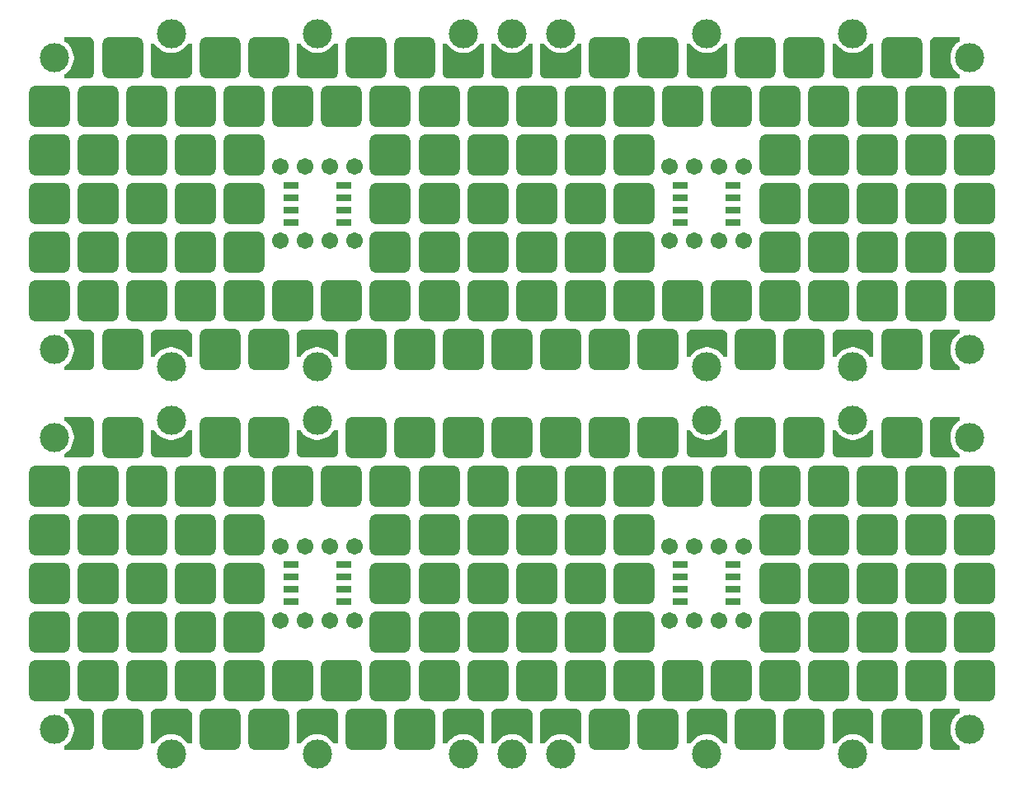
<source format=gts>
G04*
G04 #@! TF.GenerationSoftware,Altium Limited,Altium Designer,24.6.1 (21)*
G04*
G04 Layer_Color=8388736*
%FSLAX44Y44*%
%MOMM*%
G71*
G04*
G04 #@! TF.SameCoordinates,801A7B55-1520-438C-8D58-620F3B385FE8*
G04*
G04*
G04 #@! TF.FilePolarity,Negative*
G04*
G01*
G75*
G04:AMPARAMS|DCode=14|XSize=0.7mm|YSize=1.6mm|CornerRadius=0.125mm|HoleSize=0mm|Usage=FLASHONLY|Rotation=90.000|XOffset=0mm|YOffset=0mm|HoleType=Round|Shape=RoundedRectangle|*
%AMROUNDEDRECTD14*
21,1,0.7000,1.3500,0,0,90.0*
21,1,0.4500,1.6000,0,0,90.0*
1,1,0.2500,0.6750,0.2250*
1,1,0.2500,0.6750,-0.2250*
1,1,0.2500,-0.6750,-0.2250*
1,1,0.2500,-0.6750,0.2250*
%
%ADD14ROUNDEDRECTD14*%
G04:AMPARAMS|DCode=15|XSize=4.2mm|YSize=4.2mm|CornerRadius=0.6mm|HoleSize=0mm|Usage=FLASHONLY|Rotation=0.000|XOffset=0mm|YOffset=0mm|HoleType=Round|Shape=RoundedRectangle|*
%AMROUNDEDRECTD15*
21,1,4.2000,3.0000,0,0,0.0*
21,1,3.0000,4.2000,0,0,0.0*
1,1,1.2000,1.5000,-1.5000*
1,1,1.2000,-1.5000,-1.5000*
1,1,1.2000,-1.5000,1.5000*
1,1,1.2000,1.5000,1.5000*
%
%ADD15ROUNDEDRECTD15*%
%ADD16C,1.7032*%
%ADD17C,3.0000*%
G36*
X659750Y167174D02*
X658664Y166477D01*
X656637Y164880D01*
X654833Y163036D01*
X653281Y160975D01*
X652007Y158732D01*
X651032Y156343D01*
X650374Y153848D01*
X650042Y151290D01*
X650000Y150000D01*
X650042Y148710D01*
X650374Y146152D01*
X651032Y143657D01*
X652007Y141268D01*
X653281Y139024D01*
X654833Y136964D01*
X656637Y135119D01*
X658664Y133523D01*
X659750Y132826D01*
X659750Y132826D01*
Y129000D01*
X635000D01*
X633806Y129000D01*
X631601Y129913D01*
X629913Y131601D01*
X629000Y133806D01*
X629000Y135000D01*
Y150000D01*
X629000Y165000D01*
X629000Y166194D01*
X629913Y168399D01*
X631601Y170087D01*
X633806Y171000D01*
X635000Y171000D01*
X635000Y171000D01*
X659750D01*
Y167174D01*
D02*
G37*
G36*
X221000Y135000D02*
Y133806D01*
X220087Y131601D01*
X218399Y129914D01*
X216194Y129000D01*
X183806D01*
X181601Y129914D01*
X179913Y131601D01*
X179000Y133806D01*
Y135000D01*
Y164750D01*
X182826D01*
X183523Y163664D01*
X185120Y161637D01*
X186964Y159833D01*
X189025Y158281D01*
X191268Y157007D01*
X193657Y156032D01*
X196152Y155374D01*
X198710Y155042D01*
X200000Y155000D01*
X201290Y155042D01*
X203848Y155374D01*
X206343Y156032D01*
X208732Y157007D01*
X210975Y158281D01*
X213036Y159832D01*
X214880Y161637D01*
X216477Y163664D01*
X217174Y164750D01*
X221000Y164750D01*
Y135000D01*
D02*
G37*
G36*
X171000D02*
Y133806D01*
X170087Y131601D01*
X168399Y129914D01*
X166194Y129000D01*
X133806D01*
X131601Y129914D01*
X129913Y131601D01*
X129000Y133806D01*
Y135000D01*
Y164750D01*
X132826D01*
X133523Y163664D01*
X135120Y161637D01*
X136964Y159833D01*
X139025Y158281D01*
X141268Y157007D01*
X143657Y156032D01*
X146152Y155374D01*
X148710Y155042D01*
X150000Y155000D01*
Y155000D01*
X151290Y155042D01*
X153848Y155374D01*
X156343Y156032D01*
X158732Y157007D01*
X160975Y158280D01*
X163036Y159832D01*
X164880Y161637D01*
X166477Y163664D01*
X167174Y164750D01*
X171000Y164750D01*
Y135000D01*
D02*
G37*
G36*
X21000D02*
Y133806D01*
X20087Y131601D01*
X18399Y129914D01*
X16193Y129000D01*
X-16193D01*
X-18399Y129914D01*
X-20087Y131601D01*
X-21000Y133806D01*
Y135000D01*
Y164750D01*
X-17174D01*
X-16477Y163664D01*
X-14880Y161637D01*
X-13036Y159833D01*
X-10975Y158281D01*
X-8732Y157007D01*
X-6343Y156032D01*
X-3848Y155374D01*
X-1290Y155042D01*
X0Y155000D01*
Y155000D01*
X1290Y155042D01*
X3848Y155374D01*
X6343Y156032D01*
X8732Y157007D01*
X10975Y158280D01*
X13036Y159832D01*
X14880Y161637D01*
X16477Y163664D01*
X17174Y164750D01*
X21000Y164750D01*
Y135000D01*
D02*
G37*
G36*
X-129000D02*
Y133806D01*
X-129914Y131601D01*
X-131601Y129914D01*
X-133806Y129000D01*
X-166194D01*
X-168399Y129914D01*
X-170087Y131601D01*
X-171000Y133806D01*
Y135000D01*
Y164750D01*
X-167174D01*
X-166477Y163664D01*
X-164880Y161637D01*
X-163036Y159833D01*
X-160975Y158281D01*
X-158732Y157007D01*
X-156343Y156032D01*
X-153848Y155374D01*
X-151290Y155042D01*
X-150000Y155000D01*
Y155000D01*
X-148710Y155042D01*
X-146152Y155374D01*
X-143657Y156032D01*
X-141268Y157007D01*
X-139025Y158280D01*
X-136964Y159832D01*
X-135120Y161637D01*
X-133523Y163664D01*
X-132826Y164750D01*
X-129000Y164750D01*
Y135000D01*
D02*
G37*
G36*
X571000D02*
Y133806D01*
X570087Y131601D01*
X568399Y129914D01*
X566194Y129000D01*
X533806D01*
X531601Y129914D01*
X529913Y131601D01*
X529000Y133806D01*
Y135000D01*
Y164750D01*
X532826D01*
X533523Y163664D01*
X535120Y161637D01*
X536964Y159833D01*
X539025Y158281D01*
X541268Y157007D01*
X543657Y156032D01*
X546152Y155374D01*
X548710Y155042D01*
X550000Y155000D01*
Y155000D01*
X550000D01*
X550000D01*
D01*
X551290Y155042D01*
X553848Y155374D01*
X556343Y156032D01*
X558732Y157007D01*
X560975Y158280D01*
X563036Y159832D01*
X564880Y161637D01*
X566477Y163664D01*
X567174Y164750D01*
X571000Y164750D01*
Y135000D01*
D02*
G37*
G36*
X421000D02*
Y133806D01*
X420087Y131601D01*
X418399Y129914D01*
X416194Y129000D01*
X383806D01*
X381601Y129914D01*
X379913Y131601D01*
X379000Y133806D01*
Y135000D01*
Y164750D01*
X382826D01*
X383523Y163664D01*
X385120Y161637D01*
X386964Y159833D01*
X389025Y158281D01*
X391268Y157007D01*
X393657Y156032D01*
X396152Y155374D01*
X398710Y155042D01*
X400000Y155000D01*
Y155000D01*
X400000D01*
X400000D01*
D01*
X401290Y155042D01*
X403848Y155374D01*
X406343Y156032D01*
X408732Y157007D01*
X410975Y158280D01*
X413036Y159832D01*
X414880Y161637D01*
X416477Y163664D01*
X417174Y164750D01*
X421000Y164750D01*
Y135000D01*
D02*
G37*
G36*
X271000D02*
Y133806D01*
X270087Y131601D01*
X268399Y129914D01*
X266194Y129000D01*
X233806D01*
X231601Y129914D01*
X229913Y131601D01*
X229000Y133806D01*
Y135000D01*
Y164750D01*
X232826D01*
X233523Y163664D01*
X235120Y161637D01*
X236964Y159833D01*
X239025Y158281D01*
X241268Y157007D01*
X243657Y156032D01*
X246152Y155374D01*
X248710Y155042D01*
X250000Y155000D01*
Y155000D01*
X250000D01*
X250000D01*
D01*
X251290Y155042D01*
X253848Y155374D01*
X256343Y156032D01*
X258732Y157007D01*
X260975Y158280D01*
X263036Y159832D01*
X264880Y161637D01*
X266477Y163664D01*
X267174Y164750D01*
X271000Y164750D01*
Y135000D01*
D02*
G37*
G36*
X-235000Y171000D02*
X-233806Y171000D01*
X-231601Y170087D01*
X-229914Y168399D01*
X-229000Y166194D01*
X-229000Y165000D01*
X-229000Y150000D01*
Y135000D01*
X-229000D01*
X-229000Y133806D01*
X-229913Y131601D01*
X-231601Y129913D01*
X-233806Y129000D01*
X-235000Y129000D01*
X-259750D01*
Y132826D01*
X-258664Y133523D01*
X-256637Y135119D01*
X-254832Y136964D01*
X-253281Y139024D01*
X-252007Y141268D01*
X-251033Y143657D01*
X-250374Y146152D01*
X-250042Y148710D01*
X-250000Y150000D01*
X-250000D01*
X-250042Y151290D01*
X-250374Y153848D01*
X-251033Y156343D01*
X-252007Y158732D01*
X-253281Y160975D01*
X-254833Y163036D01*
X-256637Y164880D01*
X-258664Y166477D01*
X-259750Y167174D01*
X-259750Y171000D01*
X-235000D01*
Y171000D01*
D02*
G37*
G36*
X659750Y-132826D02*
X658664Y-133523D01*
X656637Y-135120D01*
X654833Y-136964D01*
X653281Y-139025D01*
X652007Y-141268D01*
X651032Y-143657D01*
X650374Y-146152D01*
X650042Y-148710D01*
X650000Y-150000D01*
X650042Y-151290D01*
X650374Y-153848D01*
X651032Y-156343D01*
X652007Y-158732D01*
X653281Y-160975D01*
X654833Y-163036D01*
X656637Y-164881D01*
X658664Y-166477D01*
X659750Y-167174D01*
X659750Y-167174D01*
Y-171000D01*
X635000D01*
X633806Y-171000D01*
X631601Y-170087D01*
X629913Y-168399D01*
X629000Y-166194D01*
X629000Y-165000D01*
Y-150000D01*
X629000Y-135000D01*
X629000Y-133806D01*
X629913Y-131601D01*
X631601Y-129914D01*
X633806Y-129000D01*
X635000Y-129000D01*
X635000Y-129000D01*
X659750D01*
Y-132826D01*
D02*
G37*
G36*
X568399Y-129914D02*
X570087Y-131601D01*
X571000Y-133806D01*
Y-135000D01*
Y-157250D01*
X567174D01*
X567174Y-157250D01*
X566477Y-156164D01*
X564880Y-154137D01*
X563036Y-152333D01*
X560975Y-150781D01*
X558732Y-149507D01*
X556343Y-148532D01*
X553848Y-147874D01*
X551290Y-147542D01*
X550000Y-147500D01*
X548710Y-147542D01*
X546152Y-147874D01*
X543657Y-148532D01*
X541268Y-149507D01*
X539025Y-150781D01*
X536964Y-152333D01*
X535120Y-154137D01*
X533523Y-156164D01*
X532826Y-157250D01*
X529000Y-157250D01*
Y-135000D01*
Y-133806D01*
X529913Y-131601D01*
X531601Y-129914D01*
X533806Y-129000D01*
X566194D01*
X568399Y-129914D01*
D02*
G37*
G36*
X418399D02*
X420087Y-131601D01*
X421000Y-133806D01*
Y-135000D01*
Y-157250D01*
X417174D01*
X417174Y-157250D01*
X416477Y-156164D01*
X414880Y-154137D01*
X413036Y-152333D01*
X410975Y-150781D01*
X408732Y-149507D01*
X406343Y-148532D01*
X403848Y-147874D01*
X401290Y-147542D01*
X400000Y-147500D01*
X398710Y-147542D01*
X396152Y-147874D01*
X393657Y-148532D01*
X391268Y-149507D01*
X389025Y-150781D01*
X386964Y-152333D01*
X385120Y-154137D01*
X383523Y-156164D01*
X382826Y-157250D01*
X379000Y-157250D01*
Y-135000D01*
Y-133806D01*
X379913Y-131601D01*
X381601Y-129914D01*
X383806Y-129000D01*
X416194D01*
X418399Y-129914D01*
D02*
G37*
G36*
X-131601D02*
X-129914Y-131601D01*
X-129000Y-133806D01*
Y-135000D01*
Y-157250D01*
X-132826D01*
X-132826Y-157250D01*
X-133523Y-156164D01*
X-135120Y-154137D01*
X-136964Y-152333D01*
X-139025Y-150781D01*
X-141268Y-149507D01*
X-143657Y-148532D01*
X-146152Y-147874D01*
X-148710Y-147542D01*
X-150000Y-147500D01*
X-151290Y-147542D01*
X-153848Y-147874D01*
X-156343Y-148532D01*
X-158732Y-149507D01*
X-160975Y-150781D01*
X-163036Y-152333D01*
X-164881Y-154137D01*
X-166477Y-156164D01*
X-167174Y-157250D01*
X-171000Y-157250D01*
Y-135000D01*
Y-133806D01*
X-170087Y-131601D01*
X-168399Y-129914D01*
X-166194Y-129000D01*
X-133806D01*
X-131601Y-129914D01*
D02*
G37*
G36*
X18399Y-129914D02*
X20087Y-131601D01*
X21000Y-133807D01*
Y-135000D01*
Y-157250D01*
X17174D01*
X17174Y-157250D01*
X16477Y-156164D01*
X14880Y-154137D01*
X13036Y-152333D01*
X10975Y-150781D01*
X8732Y-149507D01*
X6343Y-148532D01*
X3848Y-147874D01*
X1290Y-147542D01*
X-0Y-147500D01*
X-1290Y-147542D01*
X-3848Y-147874D01*
X-6343Y-148532D01*
X-8732Y-149507D01*
X-10976Y-150781D01*
X-13037Y-152333D01*
X-14880Y-154137D01*
X-16477Y-156164D01*
X-17174Y-157250D01*
X-21000Y-157250D01*
Y-135000D01*
Y-133807D01*
X-20087Y-131601D01*
X-18399Y-129914D01*
X-16193Y-129000D01*
X16193D01*
X18399Y-129914D01*
D02*
G37*
G36*
X-235000Y-129000D02*
X-233806Y-129000D01*
X-231601Y-129914D01*
X-229914Y-131601D01*
X-229000Y-133806D01*
X-229000Y-135000D01*
X-229000Y-150000D01*
Y-165000D01*
X-229000D01*
X-229000Y-166194D01*
X-229913Y-168399D01*
X-231601Y-170087D01*
X-233806Y-171000D01*
X-235000Y-171000D01*
X-259750D01*
Y-167174D01*
X-258664Y-166477D01*
X-256637Y-164881D01*
X-254832Y-163036D01*
X-253281Y-160975D01*
X-252007Y-158732D01*
X-251033Y-156343D01*
X-250374Y-153848D01*
X-250042Y-151290D01*
X-250000Y-150000D01*
X-250000D01*
X-250042Y-148710D01*
X-250374Y-146152D01*
X-251033Y-143657D01*
X-252007Y-141268D01*
X-253281Y-139025D01*
X-254833Y-136964D01*
X-256637Y-135120D01*
X-258664Y-133523D01*
X-259750Y-132826D01*
X-259750Y-129000D01*
X-235000D01*
Y-129000D01*
D02*
G37*
G36*
X659750Y-222826D02*
X658664Y-223523D01*
X656637Y-225120D01*
X654833Y-226964D01*
X653281Y-229025D01*
X652007Y-231268D01*
X651032Y-233657D01*
X650374Y-236152D01*
X650042Y-238710D01*
X650000Y-240000D01*
X650042Y-241290D01*
X650374Y-243848D01*
X651032Y-246343D01*
X652007Y-248732D01*
X653281Y-250975D01*
X654833Y-253036D01*
X656637Y-254881D01*
X658664Y-256477D01*
X659750Y-257174D01*
X659750Y-257174D01*
Y-261000D01*
X635000D01*
X633806Y-261000D01*
X631601Y-260087D01*
X629913Y-258399D01*
X629000Y-256194D01*
X629000Y-255000D01*
Y-240000D01*
X629000Y-225000D01*
X629000Y-223806D01*
X629913Y-221601D01*
X631601Y-219914D01*
X633806Y-219000D01*
X635000Y-219000D01*
X635000Y-219000D01*
X659750D01*
Y-222826D01*
D02*
G37*
G36*
X533523Y-233836D02*
X535120Y-235863D01*
X536964Y-237668D01*
X539025Y-239219D01*
X541268Y-240493D01*
X543657Y-241467D01*
X546152Y-242126D01*
X548710Y-242458D01*
X550000Y-242500D01*
X551290Y-242458D01*
X553848Y-242126D01*
X556343Y-241467D01*
X558732Y-240493D01*
X560975Y-239219D01*
X563036Y-237668D01*
X564880Y-235863D01*
X566477Y-233836D01*
X567174Y-232750D01*
X571000D01*
Y-255000D01*
Y-256194D01*
X570087Y-258399D01*
X568399Y-260087D01*
X566194Y-261000D01*
X533806D01*
X531601Y-260087D01*
X529913Y-258399D01*
X529000Y-256194D01*
Y-255000D01*
Y-232750D01*
X532826Y-232750D01*
X533523Y-233836D01*
D02*
G37*
G36*
X383523D02*
X385120Y-235863D01*
X386964Y-237668D01*
X389025Y-239219D01*
X391268Y-240493D01*
X393657Y-241467D01*
X396152Y-242126D01*
X398710Y-242458D01*
X400000Y-242500D01*
X401290Y-242458D01*
X403848Y-242126D01*
X406343Y-241467D01*
X408732Y-240493D01*
X410975Y-239219D01*
X413036Y-237668D01*
X414880Y-235863D01*
X416477Y-233836D01*
X417174Y-232750D01*
X421000D01*
Y-255000D01*
Y-256194D01*
X420087Y-258399D01*
X418399Y-260087D01*
X416194Y-261000D01*
X383806D01*
X381601Y-260087D01*
X379913Y-258399D01*
X379000Y-256194D01*
Y-255000D01*
Y-232750D01*
X382826Y-232750D01*
X383523Y-233836D01*
D02*
G37*
G36*
X-166477D02*
X-164881Y-235863D01*
X-163036Y-237668D01*
X-160975Y-239219D01*
X-158732Y-240493D01*
X-156343Y-241467D01*
X-153848Y-242126D01*
X-151290Y-242458D01*
X-150000Y-242500D01*
X-148710Y-242458D01*
X-146152Y-242126D01*
X-143657Y-241467D01*
X-141268Y-240493D01*
X-139025Y-239219D01*
X-136964Y-237668D01*
X-135120Y-235863D01*
X-133523Y-233836D01*
X-132826Y-232750D01*
X-129000D01*
Y-255000D01*
Y-256194D01*
X-129914Y-258399D01*
X-131601Y-260087D01*
X-133806Y-261000D01*
X-166194D01*
X-168399Y-260087D01*
X-170087Y-258399D01*
X-171000Y-256194D01*
Y-255000D01*
Y-232750D01*
X-167174Y-232750D01*
X-166477Y-233836D01*
D02*
G37*
G36*
X-16477Y-233836D02*
X-14880Y-235863D01*
X-13037Y-237668D01*
X-10976Y-239219D01*
X-8732Y-240493D01*
X-6343Y-241468D01*
X-3848Y-242126D01*
X-1290Y-242458D01*
X-0Y-242500D01*
X1290Y-242458D01*
X3848Y-242126D01*
X6343Y-241468D01*
X8732Y-240493D01*
X10975Y-239219D01*
X13036Y-237668D01*
X14880Y-235863D01*
X16477Y-233836D01*
X17174Y-232750D01*
X21000D01*
Y-255000D01*
Y-256194D01*
X20087Y-258399D01*
X18399Y-260087D01*
X16193Y-261000D01*
X-16193D01*
X-18399Y-260087D01*
X-20087Y-258399D01*
X-21000Y-256194D01*
Y-255000D01*
Y-232750D01*
X-17174Y-232750D01*
X-16477Y-233836D01*
D02*
G37*
G36*
X-235000Y-219000D02*
X-233806Y-219000D01*
X-231601Y-219914D01*
X-229914Y-221601D01*
X-229000Y-223806D01*
X-229000Y-225000D01*
X-229000Y-240000D01*
Y-255000D01*
X-229000D01*
X-229000Y-256194D01*
X-229913Y-258399D01*
X-231601Y-260087D01*
X-233806Y-261000D01*
X-235000Y-261000D01*
X-259750D01*
Y-257174D01*
X-258664Y-256477D01*
X-256637Y-254881D01*
X-254832Y-253036D01*
X-253281Y-250975D01*
X-252007Y-248732D01*
X-251033Y-246343D01*
X-250374Y-243848D01*
X-250042Y-241290D01*
X-250000Y-240000D01*
X-250000D01*
X-250042Y-238710D01*
X-250374Y-236152D01*
X-251033Y-233657D01*
X-252007Y-231268D01*
X-253281Y-229025D01*
X-254833Y-226964D01*
X-256637Y-225120D01*
X-258664Y-223523D01*
X-259750Y-222826D01*
X-259750Y-219000D01*
X-235000D01*
Y-219000D01*
D02*
G37*
G36*
X659750Y-522826D02*
X659750D01*
X658664Y-523523D01*
X656637Y-525120D01*
X654833Y-526964D01*
X653281Y-529025D01*
X652007Y-531268D01*
X651032Y-533657D01*
X650374Y-536152D01*
X650042Y-538710D01*
X650000Y-540000D01*
X650042Y-541290D01*
X650374Y-543848D01*
X651032Y-546343D01*
X652007Y-548732D01*
X653281Y-550975D01*
X654833Y-553036D01*
X656637Y-554880D01*
X658664Y-556477D01*
X659750Y-557174D01*
Y-561000D01*
X635000D01*
X635000Y-561000D01*
X633806Y-561000D01*
X631601Y-560087D01*
X629913Y-558399D01*
X629000Y-556194D01*
X629000Y-555000D01*
X629000Y-540000D01*
Y-525000D01*
X629000Y-523806D01*
X629913Y-521601D01*
X631601Y-519913D01*
X633806Y-519000D01*
X635000Y-519000D01*
X659750Y-519000D01*
Y-522826D01*
D02*
G37*
G36*
X-231601Y-519913D02*
X-229913Y-521601D01*
X-229000Y-523806D01*
X-229000Y-525000D01*
X-229000D01*
Y-540000D01*
X-229000Y-555000D01*
X-229000Y-556194D01*
X-229914Y-558399D01*
X-231601Y-560087D01*
X-233806Y-561000D01*
X-235000Y-561000D01*
Y-561000D01*
X-259750D01*
X-259750Y-557174D01*
X-258664Y-556477D01*
X-256637Y-554880D01*
X-254833Y-553036D01*
X-253281Y-550975D01*
X-252007Y-548732D01*
X-251033Y-546343D01*
X-250374Y-543848D01*
X-250042Y-541290D01*
X-250000Y-540000D01*
X-250000Y-540000D01*
X-250042Y-538710D01*
X-250374Y-536152D01*
X-251033Y-533657D01*
X-252007Y-531268D01*
X-253281Y-529025D01*
X-254832Y-526964D01*
X-256637Y-525120D01*
X-258664Y-523523D01*
X-259750Y-522826D01*
Y-519000D01*
X-235000Y-519000D01*
X-233806Y-519000D01*
X-231601Y-519913D01*
D02*
G37*
G36*
X568399Y-519913D02*
X570087Y-521601D01*
X571000Y-523807D01*
Y-525000D01*
Y-554750D01*
X567174Y-554750D01*
X566477Y-553664D01*
X564880Y-551637D01*
X563036Y-549833D01*
X560975Y-548281D01*
X558732Y-547007D01*
X556343Y-546032D01*
X553848Y-545374D01*
X551290Y-545042D01*
X550000Y-545000D01*
Y-545000D01*
X548710Y-545042D01*
X546152Y-545374D01*
X543657Y-546032D01*
X541268Y-547007D01*
X539025Y-548281D01*
X536964Y-549833D01*
X535120Y-551637D01*
X533523Y-553664D01*
X532826Y-554750D01*
X532826Y-554750D01*
X529000D01*
Y-525000D01*
Y-523807D01*
X529913Y-521601D01*
X531601Y-519913D01*
X533806Y-519000D01*
X566194D01*
X568399Y-519913D01*
D02*
G37*
G36*
X418399D02*
X420087Y-521601D01*
X421000Y-523807D01*
Y-525000D01*
Y-554750D01*
X417174Y-554750D01*
X416477Y-553664D01*
X414880Y-551637D01*
X413036Y-549833D01*
X410975Y-548281D01*
X408732Y-547007D01*
X406343Y-546032D01*
X403848Y-545374D01*
X401290Y-545042D01*
X400000Y-545000D01*
D01*
X400000D01*
X400000D01*
Y-545000D01*
X398710Y-545042D01*
X396152Y-545374D01*
X393657Y-546032D01*
X391268Y-547007D01*
X389025Y-548281D01*
X386964Y-549833D01*
X385120Y-551637D01*
X383523Y-553664D01*
X382826Y-554750D01*
X382826Y-554750D01*
X379000D01*
Y-525000D01*
Y-523807D01*
X379913Y-521601D01*
X381601Y-519913D01*
X383806Y-519000D01*
X416194D01*
X418399Y-519913D01*
D02*
G37*
G36*
X268399D02*
X270087Y-521601D01*
X271000Y-523807D01*
Y-525000D01*
Y-554750D01*
X267174Y-554750D01*
X266477Y-553664D01*
X264880Y-551637D01*
X263036Y-549833D01*
X260975Y-548281D01*
X258732Y-547007D01*
X256343Y-546032D01*
X253848Y-545374D01*
X251290Y-545042D01*
X250000Y-545000D01*
D01*
X250000D01*
X250000D01*
Y-545000D01*
X248710Y-545042D01*
X246152Y-545374D01*
X243657Y-546032D01*
X241268Y-547007D01*
X239025Y-548281D01*
X236964Y-549833D01*
X235120Y-551637D01*
X233523Y-553664D01*
X232826Y-554750D01*
X232826Y-554750D01*
X229000D01*
Y-525000D01*
Y-523807D01*
X229913Y-521601D01*
X231601Y-519913D01*
X233806Y-519000D01*
X266194D01*
X268399Y-519913D01*
D02*
G37*
G36*
X218399D02*
X220087Y-521601D01*
X221000Y-523807D01*
Y-525000D01*
Y-554750D01*
X217174Y-554750D01*
X216477Y-553664D01*
X214880Y-551637D01*
X213036Y-549833D01*
X210975Y-548281D01*
X208732Y-547007D01*
X206343Y-546032D01*
X203848Y-545374D01*
X201290Y-545042D01*
X200000Y-545000D01*
X198710Y-545042D01*
X196152Y-545374D01*
X193657Y-546032D01*
X191268Y-547007D01*
X189025Y-548281D01*
X186964Y-549833D01*
X185120Y-551637D01*
X183523Y-553664D01*
X182826Y-554750D01*
X182826Y-554750D01*
X179000D01*
Y-525000D01*
Y-523807D01*
X179913Y-521601D01*
X181601Y-519913D01*
X183806Y-519000D01*
X216194D01*
X218399Y-519913D01*
D02*
G37*
G36*
X168399D02*
X170087Y-521601D01*
X171000Y-523807D01*
Y-525000D01*
Y-554750D01*
X167174Y-554750D01*
X166477Y-553664D01*
X164880Y-551637D01*
X163036Y-549832D01*
X160975Y-548281D01*
X158732Y-547007D01*
X156343Y-546032D01*
X153848Y-545374D01*
X151290Y-545042D01*
X150000Y-545000D01*
Y-545000D01*
X150000Y-545000D01*
X150000D01*
Y-545000D01*
X148710Y-545042D01*
X146152Y-545374D01*
X143657Y-546032D01*
X141268Y-547007D01*
X139025Y-548281D01*
X136964Y-549833D01*
X135120Y-551637D01*
X133523Y-553664D01*
X132826Y-554750D01*
X132826Y-554750D01*
X129000D01*
Y-525000D01*
Y-523807D01*
X129913Y-521601D01*
X131601Y-519913D01*
X133806Y-519000D01*
X166194D01*
X168399Y-519913D01*
D02*
G37*
G36*
X18399D02*
X20087Y-521601D01*
X21000Y-523807D01*
Y-525000D01*
Y-554750D01*
X17174Y-554750D01*
X16477Y-553664D01*
X14880Y-551637D01*
X13036Y-549833D01*
X10975Y-548281D01*
X8732Y-547007D01*
X6343Y-546032D01*
X3848Y-545374D01*
X1290Y-545042D01*
X0Y-545000D01*
Y-545000D01*
X-0Y-545000D01*
X0D01*
Y-545000D01*
X-1290Y-545042D01*
X-3848Y-545374D01*
X-6343Y-546032D01*
X-8732Y-547007D01*
X-10975Y-548281D01*
X-13036Y-549833D01*
X-14880Y-551637D01*
X-16477Y-553664D01*
X-17174Y-554750D01*
X-17174Y-554750D01*
X-21000D01*
Y-525000D01*
Y-523807D01*
X-20087Y-521601D01*
X-18399Y-519913D01*
X-16193Y-519000D01*
X16193D01*
X18399Y-519913D01*
D02*
G37*
G36*
X-131601D02*
X-129914Y-521601D01*
X-129000Y-523807D01*
Y-525000D01*
Y-554750D01*
X-132826Y-554750D01*
X-133523Y-553664D01*
X-135120Y-551637D01*
X-136964Y-549833D01*
X-139025Y-548281D01*
X-141268Y-547007D01*
X-143657Y-546032D01*
X-146152Y-545374D01*
X-148710Y-545042D01*
X-150000Y-545000D01*
D01*
X-150000D01*
X-150000D01*
Y-545000D01*
X-151290Y-545042D01*
X-153848Y-545374D01*
X-156343Y-546032D01*
X-158732Y-547007D01*
X-160975Y-548281D01*
X-163036Y-549833D01*
X-164880Y-551637D01*
X-166477Y-553664D01*
X-167174Y-554750D01*
X-167174Y-554750D01*
X-171000D01*
Y-525000D01*
Y-523807D01*
X-170087Y-521601D01*
X-168399Y-519913D01*
X-166194Y-519000D01*
X-133806D01*
X-131601Y-519913D01*
D02*
G37*
%LPC*%
G36*
X150000Y155000D02*
X150000D01*
X150000D01*
D01*
D02*
G37*
G36*
X0D02*
X-0D01*
X0D01*
D01*
D02*
G37*
G36*
X-150000D02*
X-150000D01*
X-150000D01*
D01*
D02*
G37*
G36*
X550000Y-545000D02*
X550000D01*
X550000D01*
D01*
D02*
G37*
%LPD*%
D14*
X373000Y19050D02*
D03*
X373000Y6350D02*
D03*
X373000Y-6350D02*
D03*
Y-19050D02*
D03*
X427000D02*
D03*
X427000Y-6350D02*
D03*
X427000Y6350D02*
D03*
Y19050D02*
D03*
Y-370950D02*
D03*
Y-383650D02*
D03*
X427000Y-396350D02*
D03*
X427000Y-409050D02*
D03*
X373000D02*
D03*
Y-396350D02*
D03*
X373000Y-383650D02*
D03*
X373000Y-370950D02*
D03*
X27000D02*
D03*
Y-383650D02*
D03*
X27000Y-396350D02*
D03*
X27000Y-409050D02*
D03*
X-27000D02*
D03*
Y-396350D02*
D03*
X-27000Y-383650D02*
D03*
X-27000Y-370950D02*
D03*
X27000Y-19050D02*
D03*
X27000Y-6350D02*
D03*
X27000Y6350D02*
D03*
Y19050D02*
D03*
X-27000Y6350D02*
D03*
X-27000Y-6350D02*
D03*
Y-19050D02*
D03*
Y19050D02*
D03*
D15*
X475000Y-440000D02*
D03*
Y-390000D02*
D03*
Y-340000D02*
D03*
X375000Y-490000D02*
D03*
X425000D02*
D03*
X475000D02*
D03*
X325000D02*
D03*
Y-440000D02*
D03*
Y-390000D02*
D03*
Y-340000D02*
D03*
X475000Y-290000D02*
D03*
X425000D02*
D03*
X375000D02*
D03*
X325000D02*
D03*
X375000Y-100000D02*
D03*
X425000D02*
D03*
X-275000D02*
D03*
X-225000D02*
D03*
X-175000D02*
D03*
X-125000D02*
D03*
X-75000D02*
D03*
X-275000Y-50000D02*
D03*
X-225000D02*
D03*
X-175000D02*
D03*
X-125000D02*
D03*
X-75000D02*
D03*
X-275000Y0D02*
D03*
X-225000D02*
D03*
X-175000D02*
D03*
X-125000D02*
D03*
X-75000D02*
D03*
X-275000Y50000D02*
D03*
X-225000D02*
D03*
X-175000D02*
D03*
X-125000D02*
D03*
X-75000D02*
D03*
X-200000Y150000D02*
D03*
X-100000D02*
D03*
X-50000D02*
D03*
X50000D02*
D03*
X100000D02*
D03*
X300000D02*
D03*
X350000D02*
D03*
X450000D02*
D03*
X500000D02*
D03*
X600000D02*
D03*
X275000Y100000D02*
D03*
X225000D02*
D03*
X175000D02*
D03*
X125000D02*
D03*
X75000D02*
D03*
X25000D02*
D03*
X-25000D02*
D03*
X-75000D02*
D03*
X-125000D02*
D03*
X-175000D02*
D03*
X-225000D02*
D03*
X-275000D02*
D03*
X600000Y-150000D02*
D03*
X500000D02*
D03*
X450000D02*
D03*
X350000D02*
D03*
X300000D02*
D03*
X250000D02*
D03*
X200000D02*
D03*
X150000D02*
D03*
X100000D02*
D03*
X50000D02*
D03*
X-50000D02*
D03*
X-100000D02*
D03*
X-200000D02*
D03*
X75000Y-50000D02*
D03*
X125000D02*
D03*
X175000D02*
D03*
X225000D02*
D03*
X275000D02*
D03*
X75000Y0D02*
D03*
X125000D02*
D03*
X175000D02*
D03*
X225000D02*
D03*
X275000D02*
D03*
X75000Y50000D02*
D03*
X125000D02*
D03*
X175000D02*
D03*
X225000D02*
D03*
X275000D02*
D03*
X-25000Y-100000D02*
D03*
X25000D02*
D03*
X75000D02*
D03*
X125000D02*
D03*
X175000D02*
D03*
X225000D02*
D03*
X275000D02*
D03*
X575000Y-290000D02*
D03*
X525000D02*
D03*
X275000D02*
D03*
X225000D02*
D03*
X175000D02*
D03*
X125000D02*
D03*
X675000Y-440000D02*
D03*
X625000D02*
D03*
X575000D02*
D03*
X525000D02*
D03*
X275000D02*
D03*
X225000D02*
D03*
X175000D02*
D03*
X125000D02*
D03*
X675000Y-390000D02*
D03*
X625000D02*
D03*
X575000D02*
D03*
X525000D02*
D03*
X275000D02*
D03*
X225000D02*
D03*
X175000D02*
D03*
X125000D02*
D03*
X675000Y-340000D02*
D03*
X625000D02*
D03*
X575000D02*
D03*
X525000D02*
D03*
X275000D02*
D03*
X225000D02*
D03*
X175000D02*
D03*
X125000D02*
D03*
X-200000Y-240000D02*
D03*
X-100000D02*
D03*
X-50000D02*
D03*
X50000D02*
D03*
X100000D02*
D03*
X150000D02*
D03*
X200000D02*
D03*
X250000D02*
D03*
X300000D02*
D03*
X350000D02*
D03*
X450000D02*
D03*
X500000D02*
D03*
X600000D02*
D03*
X-275000Y-490000D02*
D03*
X-225000D02*
D03*
X-175000D02*
D03*
X125000D02*
D03*
X175000D02*
D03*
X225000D02*
D03*
X275000D02*
D03*
X525000D02*
D03*
X575000D02*
D03*
X625000D02*
D03*
X675000D02*
D03*
X600000Y-540000D02*
D03*
X500000D02*
D03*
X450000D02*
D03*
X350000D02*
D03*
X300000D02*
D03*
X100000D02*
D03*
X50000D02*
D03*
X-50000D02*
D03*
X-100000D02*
D03*
X-200000D02*
D03*
X-125000Y-440000D02*
D03*
X-175000D02*
D03*
X-225000D02*
D03*
X-275000D02*
D03*
X-125000Y-390000D02*
D03*
X-175000D02*
D03*
X-225000D02*
D03*
X-275000D02*
D03*
X-125000Y-340000D02*
D03*
X-175000D02*
D03*
X-225000D02*
D03*
X-275000D02*
D03*
X-125000Y-290000D02*
D03*
X-175000D02*
D03*
X-225000D02*
D03*
X-275000D02*
D03*
X675000D02*
D03*
X625000D02*
D03*
X75000Y-440000D02*
D03*
Y-390000D02*
D03*
Y-340000D02*
D03*
X-25000Y-490000D02*
D03*
X25000D02*
D03*
X75000D02*
D03*
X-75000D02*
D03*
Y-440000D02*
D03*
Y-390000D02*
D03*
Y-340000D02*
D03*
X75000Y-290000D02*
D03*
X25000D02*
D03*
X-25000D02*
D03*
X-75000D02*
D03*
X475000Y-100000D02*
D03*
X325000D02*
D03*
Y-50000D02*
D03*
Y0D02*
D03*
Y50000D02*
D03*
X475000Y100000D02*
D03*
X425000D02*
D03*
X375000D02*
D03*
X325000D02*
D03*
X475000Y50000D02*
D03*
Y0D02*
D03*
Y-50000D02*
D03*
X525000Y0D02*
D03*
Y50000D02*
D03*
X625000D02*
D03*
Y0D02*
D03*
X675000Y50000D02*
D03*
X575000D02*
D03*
Y0D02*
D03*
X675000D02*
D03*
X525000Y100000D02*
D03*
X675000D02*
D03*
X625000D02*
D03*
X575000D02*
D03*
X525000Y-50000D02*
D03*
Y-100000D02*
D03*
X675000D02*
D03*
X575000D02*
D03*
X625000D02*
D03*
X575000Y-50000D02*
D03*
X625000D02*
D03*
X675000D02*
D03*
X-125000Y-490000D02*
D03*
D16*
X438100Y38100D02*
D03*
X412700Y38100D02*
D03*
X387300Y38100D02*
D03*
X361900D02*
D03*
X438100Y-38100D02*
D03*
X412700D02*
D03*
X387300Y-38100D02*
D03*
X361900Y-38100D02*
D03*
X-38100D02*
D03*
X-12700Y-38100D02*
D03*
X12700Y-38100D02*
D03*
X38100D02*
D03*
X-38100Y38100D02*
D03*
X-12700D02*
D03*
X12700Y38100D02*
D03*
X38100Y38100D02*
D03*
Y-351900D02*
D03*
X12700Y-351900D02*
D03*
X-12700Y-351900D02*
D03*
X-38100D02*
D03*
X38100Y-428100D02*
D03*
X12700D02*
D03*
X-12700Y-428100D02*
D03*
X-38100Y-428100D02*
D03*
X438100Y-351900D02*
D03*
X412700Y-351900D02*
D03*
X387300Y-351900D02*
D03*
X361900D02*
D03*
X438100Y-428100D02*
D03*
X412700D02*
D03*
X387300Y-428100D02*
D03*
X361900Y-428100D02*
D03*
D17*
X550000Y-167500D02*
D03*
Y-222500D02*
D03*
X400000Y-167500D02*
D03*
Y-222500D02*
D03*
X-0Y-167500D02*
D03*
Y-222500D02*
D03*
X-150000Y-222500D02*
D03*
Y-167500D02*
D03*
X-270000Y-540000D02*
D03*
X670000D02*
D03*
X-150000Y-565000D02*
D03*
X0D02*
D03*
X550000D02*
D03*
X400000D02*
D03*
X150000D02*
D03*
X250000D02*
D03*
X200000D02*
D03*
X-270000Y-240000D02*
D03*
X670000D02*
D03*
Y-150000D02*
D03*
X200000Y175000D02*
D03*
X250000D02*
D03*
X150000D02*
D03*
X400000D02*
D03*
X550000D02*
D03*
X0D02*
D03*
X-150000D02*
D03*
X-270000Y-150000D02*
D03*
X670000Y150000D02*
D03*
X-270000D02*
D03*
M02*

</source>
